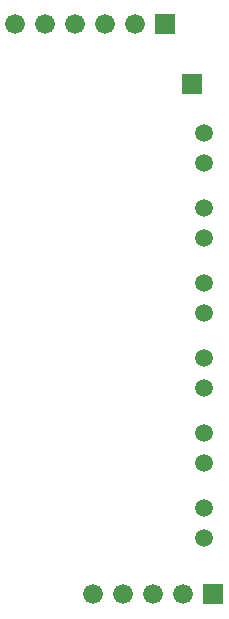
<source format=gbs>
%FSLAX46Y46*%
G04 Gerber Fmt 4.6, Leading zero omitted, Abs format (unit mm)*
G04 Created by KiCad (PCBNEW (2014-09-30 BZR 5157)-product) date 07/10/2014 19:43:52*
%MOMM*%
G01*
G04 APERTURE LIST*
%ADD10C,0.100000*%
%ADD11R,1.676400X1.676400*%
%ADD12C,1.676400*%
%ADD13C,1.500000*%
G04 APERTURE END LIST*
D10*
D11*
X127000000Y-127000000D03*
D12*
X124460000Y-127000000D03*
X121920000Y-127000000D03*
X119380000Y-127000000D03*
X116840000Y-127000000D03*
X114300000Y-127000000D03*
D11*
X131064000Y-175260000D03*
D12*
X128524000Y-175260000D03*
X125984000Y-175260000D03*
X123444000Y-175260000D03*
X120904000Y-175260000D03*
D13*
X130302000Y-170497500D03*
X130302000Y-167957500D03*
X130302000Y-164147500D03*
X130302000Y-161607500D03*
X130302000Y-157797500D03*
X130302000Y-155257500D03*
X130302000Y-151447500D03*
X130302000Y-148907500D03*
X130302000Y-145097500D03*
X130302000Y-142557500D03*
X130302000Y-138747500D03*
X130302000Y-136207500D03*
D11*
X129286000Y-132080000D03*
M02*

</source>
